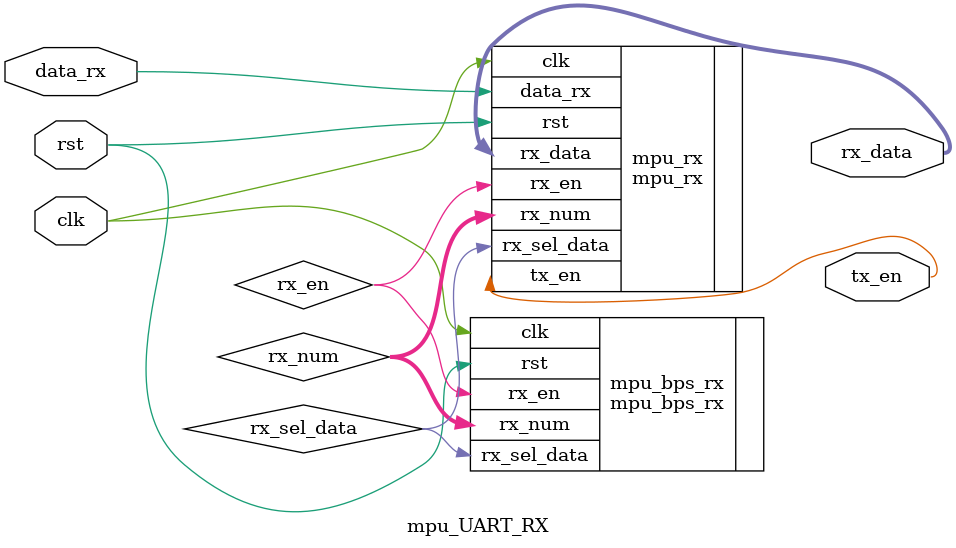
<source format=v>
`timescale 1ns / 1ps
module mpu_UART_RX(
	input clk,
	input rst,
	input data_rx,
	output tx_en,
	output [7:0] rx_data
    );

	wire rx_en;
	wire rx_sel_data;
	wire [3:0] rx_num;

	mpu_bps_rx mpu_bps_rx(
	.clk(clk),
	.rst(rst),
	.rx_en(rx_en),
	
	.rx_sel_data(rx_sel_data),   //波特率的计数的中心点（采集数据的使能信号）
	.rx_num(rx_num)   //一帧数据0~9
    );
	
	mpu_rx mpu_rx(
	.clk(clk),
	.rst(rst),
	.data_rx(data_rx),
	.rx_num(rx_num),
	.rx_sel_data(rx_sel_data),
	
	.rx_en(rx_en),
	.tx_en(tx_en),
	.rx_data(rx_data)
    );

endmodule

</source>
